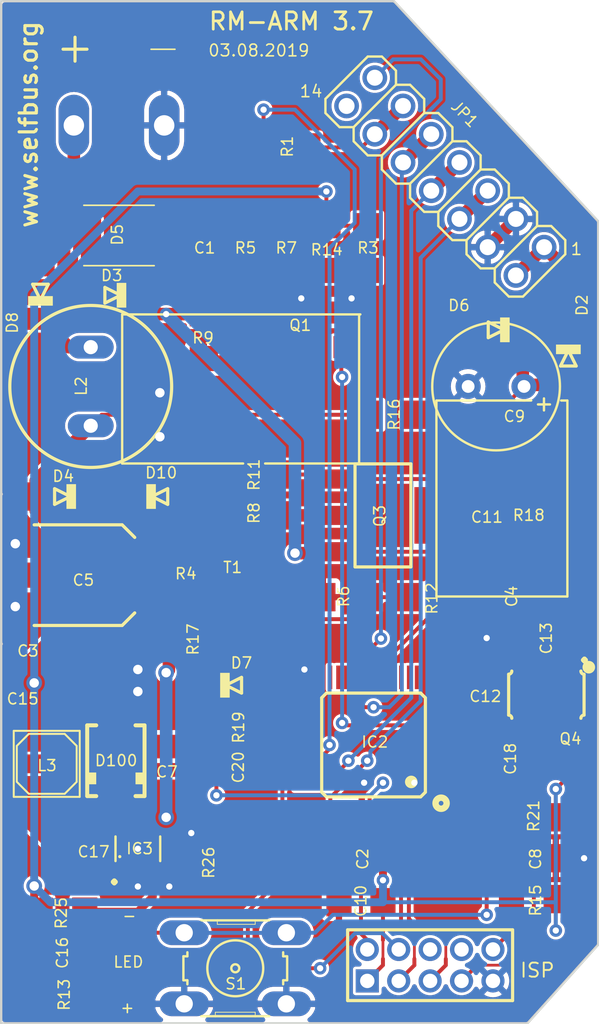
<source format=kicad_pcb>
(kicad_pcb (version 20171130) (host pcbnew "(5.0.0)")
  (layers (0 Top signal) (31 Bottom signal) (34 B.Paste user) (35 F.Paste user) (36 B.SilkS user) (37 F.SilkS user) (38 B.Mask user) (39 F.Mask user) (44 Edge.Cuts user))
  (net 0 "")
  (net 1 GND)
  (net 2 "Net-(C1-Pad2)")
  (net 3 "Net-(C1-Pad1)")
  (net 4 /EIB_OUT)
  (net 5 "Net-(C4-Pad1)")
  (net 6 "Net-(R12-Pad2)")
  (net 7 /PROG)
  (net 8 "Net-(R4-Pad1)")
  (net 9 "Net-(D10-PadA)")
  (net 10 "Net-(C11-Pad2)")
  (net 11 "Net-(D8-PadC)")
  (net 12 "Net-(JP1-Pad14)")
  (net 13 "Net-(JP1-Pad13)")
  (net 14 "Net-(JP1-Pad11)")
  (net 15 /LT5)
  (net 16 /TXD)
  (net 17 /RXD)
  (net 18 "Net-(D2-PadC)")
  (net 19 "Net-(Q1-PadB)")
  (net 20 "Net-(Q3-Pad2)")
  (net 21 /EIB_IN)
  (net 22 "Net-(D3-PadA)")
  (net 23 /RESET)
  (net 24 "Net-(C9-Pad+)")
  (net 25 "Net-(D10-PadC)")
  (net 26 "Net-(Q3-Pad4)")
  (net 27 "Net-(IC2-Pad48)")
  (net 28 /IO14)
  (net 29 /IO15)
  (net 30 /IO13)
  (net 31 /PWM)
  (net 32 /BUS_V1)
  (net 33 /IO12)
  (net 34 /SWDIO)
  (net 35 /LT9)
  (net 36 /IO11)
  (net 37 /IO10)
  (net 38 /IO9)
  (net 39 /LT8)
  (net 40 /IO8)
  (net 41 /SWCLK)
  (net 42 /IO7)
  (net 43 /IO6)
  (net 44 /IO1)
  (net 45 /IO3)
  (net 46 /IO4)
  (net 47 /IO2)
  (net 48 /APROG)
  (net 49 /LT3)
  (net 50 /LT6)
  (net 51 /SDA)
  (net 52 /SCL)
  (net 53 /LT2)
  (net 54 /LT1)
  (net 55 /ID2)
  (net 56 /ID1)
  (net 57 /IO5)
  (net 58 "Net-(IC2-Pad7)")
  (net 59 "Net-(C12-Pad2)")
  (net 60 /ISP_EN)
  (net 61 "Net-(IC2-Pad1)")
  (net 62 "Net-(C18-Pad1)")
  (net 63 "Net-(C17-Pad1)")
  (net 64 "Net-(C16-Pad1)")
  (net 65 "Net-(C17-Pad2)")
  (net 66 "Net-(JTAG1-Pad8)")
  (net 67 "Net-(JTAG1-Pad6)")
  (net 68 /LT7)
  (net 69 "Net-(LED1-Pad2)")
  (net 70 +3V3)
  (net 71 EIB_DC)
  (module Rauchmelder_3.6:C1206 (layer Top) (at 163.4 127 180)
    (fp_text reference C8 (at 0.3 0.7 90) (layer F.SilkS) (effects (font (size 0.7 0.7) (thickness 0.1)) (justify right top)))
    (fp_text value 10n hide)
    (pad 1 smd rect (at -1.4 0 180) (size 1.6 1.8) (layers Top F.Paste F.Mask) (net 1 GND))
    (pad 2 smd rect (at 1.4 0 180) (size 1.6 1.8) (layers Top F.Paste F.Mask) (net 23 /RESET))
  )
  (module Rauchmelder_3.6:C1206 (layer Top) (at 142.4 88.2 90)
    (fp_text reference C1 (at -0.4 -0.7 180) (layer F.SilkS) (effects (font (size 0.7 0.7) (thickness 0.1)) (justify left bottom)))
    (fp_text value 100n hide)
    (pad 1 smd rect (at -1.4 0 90) (size 1.6 1.8) (layers Top F.Paste F.Mask) (net 3 "Net-(C1-Pad1)"))
    (pad 2 smd rect (at 1.4 0 90) (size 1.6 1.8) (layers Top F.Paste F.Mask) (net 2 "Net-(C1-Pad2)"))
  )
  (module Rauchmelder_3.6:C1206 (layer Top) (at 152.4 127)
    (fp_text reference C2 (at -0.3 -0.7 90) (layer F.SilkS) (effects (font (size 0.7 0.7) (thickness 0.1)) (justify right top)))
    (fp_text value 1µF hide)
    (pad 1 smd rect (at -1.4 0) (size 1.6 1.8) (layers Top F.Paste F.Mask) (net 1 GND))
    (pad 2 smd rect (at 1.4 0) (size 1.6 1.8) (layers Top F.Paste F.Mask) (net 70 +3V3))
  )
  (module Rauchmelder_3.6:C1206 (layer Top) (at 162 110.4)
    (fp_text reference C4 (at 0.4 0.7 90) (layer F.SilkS) (effects (font (size 0.7 0.7) (thickness 0.1)) (justify left bottom)))
    (fp_text value 10n hide)
    (pad 1 smd rect (at -1.4 0) (size 1.6 1.8) (layers Top F.Paste F.Mask) (net 5 "Net-(C4-Pad1)"))
    (pad 2 smd rect (at 1.4 0) (size 1.6 1.8) (layers Top F.Paste F.Mask) (net 4 /EIB_OUT))
  )
  (module Rauchmelder_3.6:C1206 (layer Top) (at 160.4 105.2 90)
    (fp_text reference C11 (at 0.3 1.1 180) (layer F.SilkS) (effects (font (size 0.7 0.7) (thickness 0.1)) (justify right top)))
    (fp_text value 10n hide)
    (pad 1 smd rect (at -1.4 0 90) (size 1.6 1.8) (layers Top F.Paste F.Mask) (net 3 "Net-(C1-Pad1)"))
    (pad 2 smd rect (at 1.4 0 90) (size 1.6 1.8) (layers Top F.Paste F.Mask) (net 10 "Net-(C11-Pad2)"))
  )
  (module Rauchmelder_3.6:C1206 (layer Top) (at 152.4 129.8)
    (fp_text reference C10 (at 0.4 1 90) (layer F.SilkS) (effects (font (size 0.7 0.7) (thickness 0.1)) (justify left bottom)))
    (fp_text value 100nF hide)
    (pad 1 smd rect (at -1.4 0) (size 1.6 1.8) (layers Top F.Paste F.Mask) (net 1 GND))
    (pad 2 smd rect (at 1.4 0) (size 1.6 1.8) (layers Top F.Paste F.Mask) (net 70 +3V3))
  )
  (module Rauchmelder_3.6:C1206 (layer Top) (at 160.4 116.6 270)
    (fp_text reference C12 (at -0.3 -1 180) (layer F.SilkS) (effects (font (size 0.7 0.7) (thickness 0.1)) (justify right top)))
    (fp_text value 220p hide)
    (pad 1 smd rect (at -1.4 0 270) (size 1.6 1.8) (layers Top F.Paste F.Mask) (net 1 GND))
    (pad 2 smd rect (at 1.4 0 270) (size 1.6 1.8) (layers Top F.Paste F.Mask) (net 59 "Net-(C12-Pad2)"))
  )
  (module Rauchmelder_3.6:C1206 (layer Top) (at 161.8 120.6 180)
    (fp_text reference C18 (at 0.3 1 90) (layer F.SilkS) (effects (font (size 0.7 0.7) (thickness 0.1)) (justify right top)))
    (fp_text value 100p hide)
    (pad 1 smd rect (at -1.4 0 180) (size 1.6 1.8) (layers Top F.Paste F.Mask) (net 62 "Net-(C18-Pad1)"))
    (pad 2 smd rect (at 1.4 0 180) (size 1.6 1.8) (layers Top F.Paste F.Mask) (net 59 "Net-(C12-Pad2)"))
  )
  (module Rauchmelder_3.6:C1206 (layer Top) (at 164.2 113)
    (fp_text reference C13 (at 0.4 1.1 90) (layer F.SilkS) (effects (font (size 0.7 0.7) (thickness 0.1)) (justify left bottom)))
    (fp_text value 10n hide)
    (pad 1 smd rect (at -1.4 0) (size 1.6 1.8) (layers Top F.Paste F.Mask) (net 1 GND))
    (pad 2 smd rect (at 1.4 0) (size 1.6 1.8) (layers Top F.Paste F.Mask) (net 70 +3V3))
  )
  (module Rauchmelder_3.6:C1206 (layer Top) (at 144.6 121.2 180)
    (fp_text reference C20 (at -0.4 -1.1 270) (layer F.SilkS) (effects (font (size 0.7 0.7) (thickness 0.1)) (justify left bottom)))
    (fp_text value 100n hide)
    (pad 1 smd rect (at -1.4 0 180) (size 1.6 1.8) (layers Top F.Paste F.Mask) (net 1 GND))
    (pad 2 smd rect (at 1.4 0 180) (size 1.6 1.8) (layers Top F.Paste F.Mask) (net 32 /BUS_V1))
  )
  (module Rauchmelder_3.6:C1206 (layer Top) (at 134.6 116.2 180)
    (fp_text reference C15 (at 2.647 -0.259) (layer F.SilkS) (effects (font (size 0.7 0.7) (thickness 0.1)) (justify right top)))
    (fp_text value 22µ/10V hide)
    (pad 1 smd rect (at -1.4 0 180) (size 1.6 1.8) (layers Top F.Paste F.Mask) (net 1 GND))
    (pad 2 smd rect (at 1.4 0 180) (size 1.6 1.8) (layers Top F.Paste F.Mask) (net 70 +3V3))
  )
  (module Rauchmelder_3.6:C1206 (layer Top) (at 135.2 126.6 270)
    (fp_text reference C17 (at 0.4 0.9 180) (layer F.SilkS) (effects (font (size 0.7 0.7) (thickness 0.1)) (justify left bottom)))
    (fp_text value 15nF hide)
    (pad 1 smd rect (at -1.4 0 270) (size 1.6 1.8) (layers Top F.Paste F.Mask) (net 63 "Net-(C17-Pad1)"))
    (pad 2 smd rect (at 1.4 0 270) (size 1.6 1.8) (layers Top F.Paste F.Mask) (net 65 "Net-(C17-Pad2)"))
  )
  (module Rauchmelder_3.6:C1206 (layer Top) (at 133.4 133 180)
    (fp_text reference C16 (at -0.4 -1.1 90) (layer F.SilkS) (effects (font (size 0.7 0.7) (thickness 0.1)) (justify left bottom)))
    (fp_text value 270n hide)
    (pad 1 smd rect (at -1.4 0 180) (size 1.6 1.8) (layers Top F.Paste F.Mask) (net 64 "Net-(C16-Pad1)"))
    (pad 2 smd rect (at 1.4 0 180) (size 1.6 1.8) (layers Top F.Paste F.Mask) (net 70 +3V3))
  )
  (module Rauchmelder_3.6:C1206 (layer Top) (at 134.6 113.8 180)
    (fp_text reference C3 (at 2.647 0.389) (layer F.SilkS) (effects (font (size 0.7 0.7) (thickness 0.1)) (justify right top)))
    (fp_text value 100n hide)
    (pad 1 smd rect (at -1.4 0 180) (size 1.6 1.8) (layers Top F.Paste F.Mask) (net 1 GND))
    (pad 2 smd rect (at 1.4 0 180) (size 1.6 1.8) (layers Top F.Paste F.Mask) (net 70 +3V3))
  )
  (module Rauchmelder_3.6:R1206 (layer Top) (at 163.4 124.4)
    (fp_text reference R21 (at 0.4 1 90) (layer F.SilkS) (effects (font (size 0.7 0.7) (thickness 0.1)) (justify left bottom)))
    (fp_text value 100k hide)
    (pad 2 smd rect (at 1.422 0) (size 1.6 1.803) (layers Top F.Paste F.Mask) (net 70 +3V3))
    (pad 1 smd rect (at -1.422 0) (size 1.6 1.803) (layers Top F.Paste F.Mask) (net 60 /ISP_EN))
  )
  (module Rauchmelder_3.6:R1206 (layer Top) (at 156.8 110.4 180)
    (fp_text reference R12 (at 0.3 1 90) (layer F.SilkS) (effects (font (size 0.7 0.7) (thickness 0.1)) (justify right top)))
    (fp_text value 5k6 hide)
    (pad 2 smd rect (at 1.422 0 180) (size 1.6 1.803) (layers Top F.Paste F.Mask) (net 6 "Net-(R12-Pad2)"))
    (pad 1 smd rect (at -1.422 0 180) (size 1.6 1.803) (layers Top F.Paste F.Mask) (net 5 "Net-(C4-Pad1)"))
  )
  (module Rauchmelder_3.6:R1206 (layer Top) (at 151.4 110.4)
    (fp_text reference R6 (at 0.3 0.7 90) (layer F.SilkS) (effects (font (size 0.7 0.7) (thickness 0.1)) (justify left bottom)))
    (fp_text value 100k hide)
    (pad 2 smd rect (at 1.422 0) (size 1.6 1.803) (layers Top F.Paste F.Mask) (net 6 "Net-(R12-Pad2)"))
    (pad 1 smd rect (at -1.422 0) (size 1.6 1.803) (layers Top F.Paste F.Mask) (net 1 GND))
  )
  (module Rauchmelder_3.6:R1206 (layer Top) (at 141.2 108.8 90)
    (fp_text reference R4 (at 0.3 0.8) (layer F.SilkS) (effects (font (size 0.7 0.7) (thickness 0.1)) (justify right top)))
    (fp_text value 2k2 hide)
    (pad 2 smd rect (at 1.422 0 90) (size 1.6 1.803) (layers Top F.Paste F.Mask) (net 9 "Net-(D10-PadA)"))
    (pad 1 smd rect (at -1.422 0 90) (size 1.6 1.803) (layers Top F.Paste F.Mask) (net 8 "Net-(R4-Pad1)"))
  )
  (module Rauchmelder_3.6:R1206 (layer Top) (at 145 88.2 270)
    (fp_text reference R5 (at 0.4 0.7) (layer F.SilkS) (effects (font (size 0.7 0.7) (thickness 0.1)) (justify left bottom)))
    (fp_text value 10k hide)
    (pad 2 smd rect (at 1.422 0 270) (size 1.6 1.803) (layers Top F.Paste F.Mask) (net 19 "Net-(Q1-PadB)"))
    (pad 1 smd rect (at -1.422 0 270) (size 1.6 1.803) (layers Top F.Paste F.Mask) (net 2 "Net-(C1-Pad2)"))
  )
  (module Rauchmelder_3.6:R1206 (layer Top) (at 147.6 81.8 180)
    (fp_text reference R1 (at 0.3 0.8 90) (layer F.SilkS) (effects (font (size 0.7 0.7) (thickness 0.1)) (justify right top)))
    (fp_text value 10k hide)
    (pad 2 smd rect (at 1.422 0 180) (size 1.6 1.803) (layers Top F.Paste F.Mask) (net 39 /LT8))
    (pad 1 smd rect (at -1.422 0 180) (size 1.6 1.803) (layers Top F.Paste F.Mask) (net 14 "Net-(JP1-Pad11)"))
  )
  (module Rauchmelder_3.6:R1206 (layer Top) (at 142.4 93.8 90)
    (fp_text reference R9 (at 0.3 0.7 180) (layer F.SilkS) (effects (font (size 0.7 0.7) (thickness 0.1)) (justify right top)))
    (fp_text value 100k hide)
    (pad 2 smd rect (at 1.422 0 90) (size 1.6 1.803) (layers Top F.Paste F.Mask) (net 3 "Net-(C1-Pad1)"))
    (pad 1 smd rect (at -1.422 0 90) (size 1.6 1.803) (layers Top F.Paste F.Mask) (net 1 GND))
  )
  (module Rauchmelder_3.6:R1206 (layer Top) (at 145.6 102.6 180)
    (fp_text reference R11 (at -0.4 -1.1 90) (layer F.SilkS) (effects (font (size 0.7 0.7) (thickness 0.1)) (justify left bottom)))
    (fp_text value 1k hide)
    (pad 2 smd rect (at 1.422 0 180) (size 1.6 1.803) (layers Top F.Paste F.Mask) (net 9 "Net-(D10-PadA)"))
    (pad 1 smd rect (at -1.422 0 180) (size 1.6 1.803) (layers Top F.Paste F.Mask) (net 10 "Net-(C11-Pad2)"))
  )
  (module Rauchmelder_3.6:R1206 (layer Top) (at 163 105.2 270)
    (fp_text reference R18 (at 0.4 1) (layer F.SilkS) (effects (font (size 0.7 0.7) (thickness 0.1)) (justify left bottom)))
    (fp_text value 1k hide)
    (pad 2 smd rect (at 1.422 0 270) (size 1.6 1.803) (layers Top F.Paste F.Mask) (net 3 "Net-(C1-Pad1)"))
    (pad 1 smd rect (at -1.422 0 270) (size 1.6 1.803) (layers Top F.Paste F.Mask) (net 10 "Net-(C11-Pad2)"))
  )
  (module Rauchmelder_3.6:R1206 (layer Top) (at 133.4 135.6)
    (fp_text reference R13 (at -0.3 -1 90) (layer F.SilkS) (effects (font (size 0.7 0.7) (thickness 0.1)) (justify right top)))
    (fp_text value 1k hide)
    (pad 2 smd rect (at 1.422 0) (size 1.6 1.803) (layers Top F.Paste F.Mask) (net 69 "Net-(LED1-Pad2)"))
    (pad 1 smd rect (at -1.422 0) (size 1.6 1.803) (layers Top F.Paste F.Mask) (net 70 +3V3))
  )
  (module Rauchmelder_3.6:R1206 (layer Top) (at 150.2 88.2 90)
    (fp_text reference R14 (at 0.3 1.1 180) (layer F.SilkS) (effects (font (size 0.7 0.7) (thickness 0.1)) (justify right top)))
    (fp_text value 82k hide)
    (pad 2 smd rect (at 1.422 0 90) (size 1.6 1.803) (layers Top F.Paste F.Mask) (net 70 +3V3))
    (pad 1 smd rect (at -1.422 0 90) (size 1.6 1.803) (layers Top F.Paste F.Mask) (net 19 "Net-(Q1-PadB)"))
  )
  (module Rauchmelder_3.6:R1206 (layer Top) (at 147.6 88.2 270)
    (fp_text reference R7 (at 0.4 0.7) (layer F.SilkS) (effects (font (size 0.7 0.7) (thickness 0.1)) (justify left bottom)))
    (fp_text value 47k hide)
    (pad 2 smd rect (at 1.422 0 270) (size 1.6 1.803) (layers Top F.Paste F.Mask) (net 19 "Net-(Q1-PadB)"))
    (pad 1 smd rect (at -1.422 0 270) (size 1.6 1.803) (layers Top F.Paste F.Mask) (net 1 GND))
  )
  (module Rauchmelder_3.6:R1206 (layer Top) (at 145.6 105.2)
    (fp_text reference R8 (at 0.4 0.6 90) (layer F.SilkS) (effects (font (size 0.7 0.7) (thickness 0.1)) (justify left bottom)))
    (fp_text value 5R6 hide)
    (pad 2 smd rect (at 1.422 0) (size 1.6 1.803) (layers Top F.Paste F.Mask) (net 20 "Net-(Q3-Pad2)"))
    (pad 1 smd rect (at -1.422 0) (size 1.6 1.803) (layers Top F.Paste F.Mask) (net 1 GND))
  )
  (module Rauchmelder_3.6:R1206 (layer Top) (at 152.8 88.2 90)
    (fp_text reference R3 (at -0.4 -0.7 180) (layer F.SilkS) (effects (font (size 0.7 0.7) (thickness 0.1)) (justify left bottom)))
    (fp_text value 10k hide)
    (pad 2 smd rect (at 1.422 0 90) (size 1.6 1.803) (layers Top F.Paste F.Mask) (net 70 +3V3))
    (pad 1 smd rect (at -1.422 0 90) (size 1.6 1.803) (layers Top F.Paste F.Mask) (net 21 /EIB_IN))
  )
  (module Rauchmelder_3.6:R1206 (layer Top) (at 163.4 129.6 180)
    (fp_text reference R15 (at 0.3 1 90) (layer F.SilkS) (effects (font (size 0.7 0.7) (thickness 0.1)) (justify right top)))
    (fp_text value 100k hide)
    (pad 2 smd rect (at 1.422 0 180) (size 1.6 1.803) (layers Top F.Paste F.Mask) (net 23 /RESET))
    (pad 1 smd rect (at -1.422 0 180) (size 1.6 1.803) (layers Top F.Paste F.Mask) (net 70 +3V3))
  )
  (module Rauchmelder_3.6:R1206 (layer Top) (at 154.4 98.8 180)
    (fp_text reference R16 (at 0.3 1.1 90) (layer F.SilkS) (effects (font (size 0.7 0.7) (thickness 0.1)) (justify right top)))
    (fp_text value 22k hide)
    (pad 2 smd rect (at 1.422 0 180) (size 1.6 1.803) (layers Top F.Paste F.Mask) (net 71 EIB_DC))
    (pad 1 smd rect (at -1.422 0 180) (size 1.6 1.803) (layers Top F.Paste F.Mask) (net 24 "Net-(C9-Pad+)"))
  )
  (module Rauchmelder_3.6:R1206 (layer Top) (at 141.6 113)
    (fp_text reference R17 (at -0.3 -1 90) (layer F.SilkS) (effects (font (size 0.7 0.7) (thickness 0.1)) (justify right top)))
    (fp_text value 91k hide)
    (pad 2 smd rect (at 1.422 0) (size 1.6 1.803) (layers Top F.Paste F.Mask) (net 32 /BUS_V1))
    (pad 1 smd rect (at -1.422 0) (size 1.6 1.803) (layers Top F.Paste F.Mask) (net 71 EIB_DC))
  )
  (module Rauchmelder_3.6:R1206 (layer Top) (at 144.6 118.6)
    (fp_text reference R19 (at -0.4 -1 90) (layer F.SilkS) (effects (font (size 0.7 0.7) (thickness 0.1)) (justify right top)))
    (fp_text value 10k hide)
    (pad 2 smd rect (at 1.422 0) (size 1.6 1.803) (layers Top F.Paste F.Mask) (net 1 GND))
    (pad 1 smd rect (at -1.422 0) (size 1.6 1.803) (layers Top F.Paste F.Mask) (net 32 /BUS_V1))
  )
  (module Rauchmelder_3.6:R1206 (layer Top) (at 133.4 130.4 180)
    (fp_text reference R25 (at -0.331 -1.172 90) (layer F.SilkS) (effects (font (size 0.7 0.7) (thickness 0.1)) (justify left bottom)))
    (fp_text value 2k4 hide)
    (pad 2 smd rect (at 1.422 0 180) (size 1.6 1.803) (layers Top F.Paste F.Mask) (net 70 +3V3))
    (pad 1 smd rect (at -1.422 0 180) (size 1.6 1.803) (layers Top F.Paste F.Mask) (net 64 "Net-(C16-Pad1)"))
  )
  (module Rauchmelder_3.6:R1206 (layer Top) (at 142.6 127.2 180)
    (fp_text reference R26 (at 0.3 1 90) (layer F.SilkS) (effects (font (size 0.7 0.7) (thickness 0.1)) (justify right top)))
    (fp_text value 680R hide)
    (pad 2 smd rect (at 1.422 0 180) (size 1.6 1.803) (layers Top F.Paste F.Mask) (net 64 "Net-(C16-Pad1)"))
    (pad 1 smd rect (at -1.422 0 180) (size 1.6 1.803) (layers Top F.Paste F.Mask) (net 1 GND))
  )
  (module Rauchmelder_3.6:R1206 (layer Top) (at 137.6 133.6 270)
    (fp_text reference LED1 hide)
    (fp_text value " " hide)
    (pad 2 smd rect (at 1.422 0 270) (size 1.6 1.803) (layers Top F.Paste F.Mask) (net 69 "Net-(LED1-Pad2)"))
    (pad 1 smd rect (at -1.422 0 270) (size 1.6 1.803) (layers Top F.Paste F.Mask) (net 7 /PROG))
  )
  (module Rauchmelder_3.6:LQFP48 (layer Top) (at 153.2 119.8 180)
    (fp_text reference IC2 (at -1 0.6 180) (layer F.SilkS) (effects (font (size 0.7 0.7) (thickness 0.1)) (justify right top)))
    (fp_text value LPC1115 hide)
    (pad 48 smd rect (at -2.75 -4.3 180) (size 0.25 1.5) (layers Top F.Paste F.Mask) (net 27 "Net-(IC2-Pad48)"))
    (pad 47 smd rect (at -2.25 -4.3 180) (size 0.25 1.5) (layers Top F.Paste F.Mask) (net 28 /IO14))
    (pad 46 smd rect (at -1.75 -4.3 180) (size 0.25 1.5) (layers Top F.Paste F.Mask) (net 29 /IO15))
    (pad 45 smd rect (at -1.25 -4.3 180) (size 0.25 1.5) (layers Top F.Paste F.Mask) (net 30 /IO13))
    (pad 44 smd rect (at -0.75 -4.3 180) (size 0.25 1.5) (layers Top F.Paste F.Mask) (net 70 +3V3))
    (pad 43 smd rect (at -0.25 -4.3 180) (size 0.25 1.5) (layers Top F.Paste F.Mask) (net 31 /PWM))
    (pad 42 smd rect (at 0.25 -4.3 180) (size 0.25 1.5) (layers Top F.Paste F.Mask) (net 32 /BUS_V1))
    (pad 41 smd rect (at 0.75 -4.3 180) (size 0.25 1.5) (layers Top F.Paste F.Mask) (net 1 GND))
    (pad 40 smd rect (at 1.25 -4.3 180) (size 0.25 1.5) (layers Top F.Paste F.Mask) (net 33 /IO12))
    (pad 39 smd rect (at 1.75 -4.3 180) (size 0.25 1.5) (layers Top F.Paste F.Mask) (net 34 /SWDIO))
    (pad 38 smd rect (at 2.25 -4.3 180) (size 0.25 1.5) (layers Top F.Paste F.Mask) (net 35 /LT9))
    (pad 37 smd rect (at 2.75 -4.3 180) (size 0.25 1.5) (layers Top F.Paste F.Mask) (net 17 /RXD))
    (pad 36 smd rect (at 4.3 -2.75 180) (size 1.5 0.25) (layers Top F.Paste F.Mask) (net 16 /TXD))
    (pad 35 smd rect (at 4.3 -2.25 180) (size 1.5 0.25) (layers Top F.Paste F.Mask) (net 36 /IO11))
    (pad 34 smd rect (at 4.3 -1.75 180) (size 1.5 0.25) (layers Top F.Paste F.Mask) (net 37 /IO10))
    (pad 33 smd rect (at 4.3 -1.25 180) (size 1.5 0.25) (layers Top F.Paste F.Mask) (net 38 /IO9))
    (pad 32 smd rect (at 4.3 -0.75 180) (size 1.5 0.25) (layers Top F.Paste F.Mask) (net 39 /LT8))
    (pad 31 smd rect (at 4.3 -0.25 180) (size 1.5 0.25) (layers Top F.Paste F.Mask) (net 40 /IO8))
    (pad 30 smd rect (at 4.3 0.25 180) (size 1.5 0.25) (layers Top F.Paste F.Mask) (net 68 /LT7))
    (pad 29 smd rect (at 4.3 0.75 180) (size 1.5 0.25) (layers Top F.Paste F.Mask) (net 41 /SWCLK))
    (pad 28 smd rect (at 4.3 1.25 180) (size 1.5 0.25) (layers Top F.Paste F.Mask) (net 42 /IO7))
    (pad 27 smd rect (at 4.3 1.75 180) (size 1.5 0.25) (layers Top F.Paste F.Mask) (net 43 /IO6))
    (pad 26 smd rect (at 4.3 2.25 180) (size 1.5 0.25) (layers Top F.Paste F.Mask) (net 44 /IO1))
    (pad 25 smd rect (at 4.3 2.75 180) (size 1.5 0.25) (layers Top F.Paste F.Mask) (net 45 /IO3))
    (pad 24 smd rect (at 2.75 4.3 180) (size 0.25 1.5) (layers Top F.Paste F.Mask) (net 46 /IO4))
    (pad 23 smd rect (at 2.25 4.3 180) (size 0.25 1.5) (layers Top F.Paste F.Mask) (net 47 /IO2))
    (pad 22 smd rect (at 1.75 4.3 180) (size 0.25 1.5) (layers Top F.Paste F.Mask) (net 48 /APROG))
    (pad 21 smd rect (at 1.25 4.3 180) (size 0.25 1.5) (layers Top F.Paste F.Mask) (net 15 /LT5))
    (pad 20 smd rect (at 0.75 4.3 180) (size 0.25 1.5) (layers Top F.Paste F.Mask) (net 13 "Net-(JP1-Pad13)"))
    (pad 19 smd rect (at 0.25 4.3 180) (size 0.25 1.5) (layers Top F.Paste F.Mask) (net 49 /LT3))
    (pad 18 smd rect (at -0.25 4.3 180) (size 0.25 1.5) (layers Top F.Paste F.Mask) (net 50 /LT6))
    (pad 17 smd rect (at -0.75 4.3 180) (size 0.25 1.5) (layers Top F.Paste F.Mask) (net 4 /EIB_OUT))
    (pad 16 smd rect (at -1.25 4.3 180) (size 0.25 1.5) (layers Top F.Paste F.Mask) (net 51 /SDA))
    (pad 15 smd rect (at -1.75 4.3 180) (size 0.25 1.5) (layers Top F.Paste F.Mask) (net 52 /SCL))
    (pad 14 smd rect (at -2.25 4.3 180) (size 0.25 1.5) (layers Top F.Paste F.Mask) (net 53 /LT2))
    (pad 13 smd rect (at -2.75 4.3 180) (size 0.25 1.5) (layers Top F.Paste F.Mask) (net 54 /LT1))
    (pad 12 smd rect (at -4.3 2.75 180) (size 1.5 0.25) (layers Top F.Paste F.Mask) (net 55 /ID2))
    (pad 11 smd rect (at -4.3 2.25 180) (size 1.5 0.25) (layers Top F.Paste F.Mask) (net 56 /ID1))
    (pad 10 smd rect (at -4.3 1.75 180) (size 1.5 0.25) (layers Top F.Paste F.Mask) (net 57 /IO5))
    (pad 9 smd rect (at -4.3 1.25 180) (size 1.5 0.25) (layers Top F.Paste F.Mask) (net 21 /EIB_IN))
    (pad 8 smd rect (at -4.3 0.75 180) (size 1.5 0.25) (layers Top F.Paste F.Mask) (net 70 +3V3))
    (pad 7 smd rect (at -4.3 0.25 180) (size 1.5 0.25) (layers Top F.Paste F.Mask) (net 58 "Net-(IC2-Pad7)"))
    (pad 6 smd rect (at -4.3 -0.25 180) (size 1.5 0.25) (layers Top F.Paste F.Mask) (net 59 "Net-(C12-Pad2)"))
    (pad 5 smd rect (at -4.3 -0.75 180) (size 1.5 0.25) (layers Top F.Paste F.Mask) (net 1 GND))
    (pad 4 smd rect (at -4.3 -1.25 180) (size 1.5 0.25) (layers Top F.Paste F.Mask) (net 60 /ISP_EN))
    (pad 3 smd rect (at -4.3 -1.75 180) (size 1.5 0.25) (layers Top F.Paste F.Mask) (net 23 /RESET))
    (pad 2 smd rect (at -4.3 -2.25 180) (size 1.5 0.25) (layers Top F.Paste F.Mask) (net 7 /PROG))
    (pad 1 smd rect (at -4.3 -2.75 180) (size 1.5 0.25) (layers Top F.Paste F.Mask) (net 61 "Net-(IC2-Pad1)"))
  )
  (module Rauchmelder_3.6:ASF (layer Top) (at 164.2 116.6 180)
    (fp_text reference Q4 (at -2.297 -2.399) (layer F.SilkS) (effects (font (size 0.7 0.7) (thickness 0.1)) (justify right top)))
    (fp_text value ASF hide)
    (pad 4 smd rect (at -1.25 -1.15) (size 1.6 1.5) (layers Top F.Paste F.Mask) (net 70 +3V3))
    (pad 3 smd rect (at 1.25 -1.15) (size 1.6 1.5) (layers Top F.Paste F.Mask) (net 62 "Net-(C18-Pad1)"))
    (pad 2 smd rect (at 1.25 1.15 180) (size 1.6 1.5) (layers Top F.Paste F.Mask) (net 1 GND))
    (pad 1 smd rect (at -1.25 1.15 180) (size 1.6 1.5) (layers Top F.Paste F.Mask) (net 70 +3V3))
  )
  (module Rauchmelder_3.6:SANYO-OSCON_SMD_C6 (layer Top) (at 134.8 109)
    (fp_text reference C5 (at -0.815 0.728) (layer F.SilkS) (effects (font (size 0.7 0.7) (thickness 0.1)) (justify left bottom)))
    (fp_text value 100µ hide)
    (pad + smd rect (at 2.8 0) (size 3.5 1.6) (layers Top F.Paste F.Mask) (net 71 EIB_DC))
    (pad - smd rect (at -2.8 0) (size 3.5 1.6) (layers Top F.Paste F.Mask) (net 1 GND))
  )
  (module Rauchmelder_3.6:SOT223 (layer Top) (at 153.8 105.2 270)
    (fp_text reference Q3 (at 0.8 -0.2 90) (layer F.SilkS) (effects (font (size 0.7 0.7) (thickness 0.1)) (justify left bottom)))
    (fp_text value BCP52 hide)
    (pad 1 smd rect (at -2.3114 3.0988 270) (size 1.2192 2.2352) (layers Top F.Paste F.Mask) (net 10 "Net-(C11-Pad2)"))
    (pad 2 smd rect (at 0 3.0988 270) (size 1.2192 2.2352) (layers Top F.Paste F.Mask) (net 20 "Net-(Q3-Pad2)"))
    (pad 3 smd rect (at 2.3114 3.0988 270) (size 1.2192 2.2352) (layers Top F.Paste F.Mask) (net 3 "Net-(C1-Pad1)"))
    (pad 4 smd rect (at 0 -3.099 270) (size 3.6 2.2) (layers Top F.Paste F.Mask) (net 26 "Net-(Q3-Pad4)"))
  )
  (module Rauchmelder_3.6:MINIMELF (layer Top) (at 132 91 90)
    (fp_text reference D8 (at -1.202 -2.206 90) (layer F.SilkS) (effects (font (size 0.7 0.7) (thickness 0.1)) (justify right top)))
    (fp_text value 1N4148 hide)
    (pad A smd rect (at 1.7 0 90) (size 1.4 1.8) (layers Top F.Paste F.Mask) (net 22 "Net-(D3-PadA)"))
    (pad C smd rect (at -1.7 0 90) (size 1.4 1.8) (layers Top F.Paste F.Mask) (net 11 "Net-(D8-PadC)"))
  )
  (module Rauchmelder_3.6:SOT23-BEC (layer Top) (at 150.2 93.4)
    (fp_text reference Q1 (at -0.9 -0.7 -180) (layer F.SilkS) (effects (font (size 0.7 0.7) (thickness 0.1)) (justify right top)))
    (fp_text value BC856 hide)
    (pad B smd rect (at -0.95 1.1) (size 1 1.4) (layers Top F.Paste F.Mask) (net 19 "Net-(Q1-PadB)"))
    (pad E smd rect (at 0.95 1.1) (size 1 1.4) (layers Top F.Paste F.Mask) (net 21 /EIB_IN))
    (pad C smd rect (at 0 -1.1) (size 1 1.4) (layers Top F.Paste F.Mask) (net 1 GND))
  )
  (module Rauchmelder_3.6:B3F-10XX (layer Top) (at 144.4 134 180)
    (fp_text reference S1 (at 0.7 -1.4) (layer F.SilkS) (effects (font (size 0.7 0.7) (thickness 0.1)) (justify left bottom)))
    (fp_text value 10-XX hide)
    (pad 4 thru_hole oval (at 3.2512 2.2606 180) (size 3.1496 1.5748) (drill 1.1) (layers *.Cu *.Mask) (net 7 /PROG))
    (pad 2 thru_hole oval (at 3.2512 -2.2606 180) (size 3.1496 1.5748) (drill 1.1) (layers *.Cu *.Mask) (net 1 GND))
    (pad 3 thru_hole oval (at -3.2512 2.2606 180) (size 3.1496 1.5748) (drill 1.1) (layers *.Cu *.Mask) (net 7 /PROG))
    (pad 1 thru_hole oval (at -3.2512 -2.2606 180) (size 3.1496 1.5748) (drill 1.1) (layers *.Cu *.Mask) (net 1 GND))
  )
  (module Rauchmelder_3.6:BS11 (layer Top) (at 135.2 97 270)
    (fp_text reference L2 (at 0.663 0.199 90) (layer F.SilkS) (effects (font (size 0.7 0.7) (thickness 0.1)) (justify left bottom)))
    (fp_text value 150mH hide)
    (pad 2 thru_hole oval (at 2.5 0) (size 2.9176 1.4588) (drill 0.9) (layers *.Cu *.Mask) (net 71 EIB_DC))
    (pad 1 thru_hole oval (at -2.5 0) (size 2.9176 1.4588) (drill 0.9) (layers *.Cu *.Mask) (net 11 "Net-(D8-PadC)"))
  )
  (module Rauchmelder_3.6:2X07 (layer Top) (at 157.7712 83.6536 135)
    (fp_text reference JP1 (at 2.961929 3.26853 135) (layer F.SilkS) (effects (font (size 0.7 0.7) (thickness 0.1)) (justify left bottom)))
    (fp_text value PINHD-2X7 hide)
    (pad 14 thru_hole circle (at 7.62 -1.27 135) (size 1.5748 1.5748) (drill 1.016) (layers *.Cu *.Mask) (net 12 "Net-(JP1-Pad14)"))
    (pad 13 thru_hole circle (at 7.62 1.27 135) (size 1.5748 1.5748) (drill 1.016) (layers *.Cu *.Mask) (net 13 "Net-(JP1-Pad13)"))
    (pad 12 thru_hole circle (at 5.08 -1.27 135) (size 1.5748 1.5748) (drill 1.016) (layers *.Cu *.Mask) (net 14 "Net-(JP1-Pad11)"))
    (pad 11 thru_hole circle (at 5.08 1.27 135) (size 1.5748 1.5748) (drill 1.016) (layers *.Cu *.Mask) (net 14 "Net-(JP1-Pad11)"))
    (pad 10 thru_hole circle (at 2.54 -1.27 135) (size 1.5748 1.5748) (drill 1.016) (layers *.Cu *.Mask) (net 15 /LT5))
    (pad 9 thru_hole circle (at 2.54 1.27 135) (size 1.5748 1.5748) (drill 1.016) (layers *.Cu *.Mask) (net 15 /LT5))
    (pad 8 thru_hole circle (at 0 -1.270001 135) (size 1.5748 1.5748) (drill 1.016) (layers *.Cu *.Mask) (net 16 /TXD))
    (pad 7 thru_hole circle (at 0 1.270001 135) (size 1.5748 1.5748) (drill 1.016) (layers *.Cu *.Mask) (net 16 /TXD))
    (pad 6 thru_hole circle (at -2.54 -1.27 135) (size 1.5748 1.5748) (drill 1.016) (layers *.Cu *.Mask) (net 17 /RXD))
    (pad 5 thru_hole circle (at -2.54 1.27 135) (size 1.5748 1.5748) (drill 1.016) (layers *.Cu *.Mask) (net 17 /RXD))
    (pad 4 thru_hole circle (at -5.08 -1.27 135) (size 1.5748 1.5748) (drill 1.016) (layers *.Cu *.Mask) (net 1 GND))
    (pad 3 thru_hole circle (at -5.08 1.27 135) (size 1.5748 1.5748) (drill 1.016) (layers *.Cu *.Mask) (net 1 GND))
    (pad 2 thru_hole circle (at -7.62 -1.27 135) (size 1.5748 1.5748) (drill 1.016) (layers *.Cu *.Mask) (net 18 "Net-(D2-PadC)"))
    (pad 1 thru_hole circle (at -7.62 1.27 135) (size 1.5748 1.5748) (drill 1.016) (layers *.Cu *.Mask) (net 18 "Net-(D2-PadC)"))
  )
  (module Rauchmelder_3.6:SMBJ (layer Top) (at 137 87.4)
    (fp_text reference D5 (at 0.3 0.7 90) (layer F.SilkS) (effects (font (size 0.7 0.7) (thickness 0.1)) (justify left bottom)))
    (fp_text value SMAJ40CA hide)
    (pad A smd rect (at 2.04 0 180) (size 1.78 2.16) (layers Top F.Paste F.Mask) (net 1 GND))
    (pad C smd rect (at -2.03 0) (size 1.78 2.16) (layers Top F.Paste F.Mask) (net 22 "Net-(D3-PadA)"))
  )
  (module Rauchmelder_3.6:E3,5-8 (layer Top) (at 161 97 180)
    (fp_text reference C9 (at -0.417 -2.314) (layer F.SilkS) (effects (font (size 0.7 0.7) (thickness 0.1)) (justify left bottom)))
    (fp_text value 330µ hide)
    (pad + thru_hole circle (at -1.778 0 180) (size 1.6002 1.6002) (drill 0.8128) (layers *.Cu *.Mask) (net 24 "Net-(C9-Pad+)"))
    (pad - thru_hole circle (at 1.778 0 180) (size 1.6002 1.6002) (drill 0.8128) (layers *.Cu *.Mask) (net 1 GND))
  )
  (module Rauchmelder_3.6:BUSKLEMME243-724 (layer Top) (at 137 80.4 180)
    (fp_text reference U$1 hide)
    (fp_text value EIB hide)
    (pad 2 thru_hole oval (at 2.875 0 270) (size 3.9 1.95) (drill 1.3) (layers *.Cu *.Mask) (net 22 "Net-(D3-PadA)"))
    (pad 1 thru_hole oval (at -2.875 0 270) (size 3.9 1.95) (drill 1.3) (layers *.Cu *.Mask) (net 1 GND))
  )
  (module Rauchmelder_3.6:MINIMELF (layer Top) (at 165.6 95.2 270)
    (fp_text reference D2 (at -2.617 -1.278 90) (layer F.SilkS) (effects (font (size 0.7 0.7) (thickness 0.1)) (justify left bottom)))
    (fp_text value BAT46 hide)
    (pad A smd rect (at 1.7 0 270) (size 1.4 1.8) (layers Top F.Paste F.Mask) (net 24 "Net-(C9-Pad+)"))
    (pad C smd rect (at -1.7 0 270) (size 1.4 1.8) (layers Top F.Paste F.Mask) (net 18 "Net-(D2-PadC)"))
  )
  (module Rauchmelder_3.6:MINIMELF (layer Top) (at 136.6 91.2 180)
    (fp_text reference D3 (at -0.687 1.665) (layer F.SilkS) (effects (font (size 0.7 0.7) (thickness 0.1)) (justify right top)))
    (fp_text value 1N4148 hide)
    (pad A smd rect (at 1.7 0 180) (size 1.4 1.8) (layers Top F.Paste F.Mask) (net 22 "Net-(D3-PadA)"))
    (pad C smd rect (at -1.7 0 180) (size 1.4 1.8) (layers Top F.Paste F.Mask) (net 3 "Net-(C1-Pad1)"))
  )
  (module Rauchmelder_3.6:MINIMELF (layer Top) (at 133.4 104 180)
    (fp_text reference D4 (at -0.8 1.7) (layer F.SilkS) (effects (font (size 0.7 0.7) (thickness 0.1)) (justify right top)))
    (fp_text value 1N4148 hide)
    (pad C smd rect (at -1.7 0 180) (size 1.4 1.8) (layers Top F.Paste F.Mask) (net 25 "Net-(D10-PadC)"))
    (pad A smd rect (at 1.7 0 180) (size 1.4 1.8) (layers Top F.Paste F.Mask) (net 71 EIB_DC))
  )
  (module Rauchmelder_3.6:SOT23 (layer Top) (at 144.8 109.8 90)
    (fp_text reference T1 (at 1.7 0.1) (layer F.SilkS) (effects (font (size 0.7 0.7) (thickness 0.1)) (justify right top)))
    (fp_text value BC847C hide)
    (pad 3 smd rect (at 0 -1.1 90) (size 1 1.4) (layers Top F.Paste F.Mask) (net 8 "Net-(R4-Pad1)"))
    (pad 2 smd rect (at 0.95 1.1 90) (size 1 1.4) (layers Top F.Paste F.Mask) (net 20 "Net-(Q3-Pad2)"))
    (pad 1 smd rect (at -0.95 1.1 90) (size 1 1.4) (layers Top F.Paste F.Mask) (net 6 "Net-(R12-Pad2)"))
  )
  (module Rauchmelder_3.6:MINIMELF (layer Top) (at 139.6 104)
    (fp_text reference D10 (at -1 -1.1) (layer F.SilkS) (effects (font (size 0.7 0.7) (thickness 0.1)) (justify left bottom)))
    (fp_text value 7,5V hide)
    (pad C smd rect (at -1.7 0) (size 1.4 1.8) (layers Top F.Paste F.Mask) (net 25 "Net-(D10-PadC)"))
    (pad A smd rect (at 1.7 0) (size 1.4 1.8) (layers Top F.Paste F.Mask) (net 9 "Net-(D10-PadA)"))
  )
  (module Rauchmelder_3.6:MINIMELF (layer Top) (at 161 93.4 180)
    (fp_text reference D6 (at 1.615 1.96) (layer F.SilkS) (effects (font (size 0.7 0.7) (thickness 0.1)) (justify right top)))
    (fp_text value 12V hide)
    (pad A smd rect (at 1.7 0 180) (size 1.4 1.8) (layers Top F.Paste F.Mask) (net 1 GND))
    (pad C smd rect (at -1.7 0 180) (size 1.4 1.8) (layers Top F.Paste F.Mask) (net 24 "Net-(C9-Pad+)"))
  )
  (module Rauchmelder_3.6:2X05M (layer Top) (at 156.8012 133.8036)
    (fp_text reference JTAG1 hide)
    (fp_text value J hide)
    (pad 1 thru_hole rect (at -4 1) (size 1.4732 1.4732) (drill 0.9144) (layers *.Cu *.Mask) (net 70 +3V3))
    (pad 2 thru_hole circle (at -4 -1) (size 1.4732 1.4732) (drill 0.9144) (layers *.Cu *.Mask) (net 34 /SWDIO))
    (pad 3 thru_hole circle (at -2 1) (size 1.4732 1.4732) (drill 0.9144) (layers *.Cu *.Mask) (net 29 /IO15))
    (pad 4 thru_hole circle (at -2 -1) (size 1.4732 1.4732) (drill 0.9144) (layers *.Cu *.Mask) (net 41 /SWCLK))
    (pad 5 thru_hole circle (at 0 1) (size 1.4732 1.4732) (drill 0.9144) (layers *.Cu *.Mask) (net 28 /IO14))
    (pad 6 thru_hole circle (at 0 -1) (size 1.4732 1.4732) (drill 0.9144) (layers *.Cu *.Mask) (net 67 "Net-(JTAG1-Pad6)"))
    (pad 7 thru_hole circle (at 2 1) (size 1.4732 1.4732) (drill 0.9144) (layers *.Cu *.Mask) (net 60 /ISP_EN))
    (pad 8 thru_hole circle (at 2 -1) (size 1.4732 1.4732) (drill 0.9144) (layers *.Cu *.Mask) (net 66 "Net-(JTAG1-Pad8)"))
    (pad 9 thru_hole circle (at 4 1) (size 1.4732 1.4732) (drill 0.9144) (layers *.Cu *.Mask) (net 1 GND))
    (pad 10 thru_hole circle (at 4 -1) (size 1.4732 1.4732) (drill 0.9144) (layers *.Cu *.Mask) (net 23 /RESET))
  )
  (module Rauchmelder_3.6:MINIMELF (layer Top) (at 144.3 116)
    (fp_text reference D7 (at 1.242 -1.827 -180) (layer F.SilkS) (effects (font (size 0.7 0.7) (thickness 0.1)) (justify right top)))
    (fp_text value 3V6 hide)
    (pad A smd rect (at 1.7 0) (size 1.4 1.8) (layers Top F.Paste F.Mask) (net 1 GND))
    (pad C smd rect (at -1.7 0) (size 1.4 1.8) (layers Top F.Paste F.Mask) (net 32 /BUS_V1))
  )
  (module Rauchmelder_3.6:SOT23-6 (layer Top) (at 138.2 126.4)
    (fp_text reference IC3 (at -0.8 0.4) (layer F.SilkS) (effects (font (size 0.7 0.7) (thickness 0.1)) (justify left bottom)))
    (fp_text value BD9G101 hide)
    (pad 6 smd rect (at -0.95 -1.15) (size 0.6 0.9) (layers Top F.Paste F.Mask) (net 63 "Net-(C17-Pad1)"))
    (pad 5 smd rect (at 0 -1.15) (size 0.6 0.9) (layers Top F.Paste F.Mask) (net 71 EIB_DC))
    (pad 4 smd rect (at 0.95 -1.15) (size 0.6 0.9) (layers Top F.Paste F.Mask) (net 71 EIB_DC))
    (pad 3 smd rect (at 0.95 1.15) (size 0.6 0.9) (layers Top F.Paste F.Mask) (net 64 "Net-(C16-Pad1)"))
    (pad 2 smd rect (at 0 1.15) (size 0.6 0.9) (layers Top F.Paste F.Mask) (net 1 GND))
    (pad 1 smd rect (at -0.95 1.15) (size 0.6 0.9) (layers Top F.Paste F.Mask) (net 65 "Net-(C17-Pad2)"))
  )
  (module Rauchmelder_3.6:PIS2812 (layer Top) (at 132.4 121 180)
    (fp_text reference L3 (at -0.7 0.3 180) (layer F.SilkS) (effects (font (size 0.7 0.7) (thickness 0.1)) (justify right top)))
    (fp_text value 6.8µH hide)
    (pad P$2 smd rect (at 0 2.025 180) (size 3.6 2.5) (layers Top F.Paste F.Mask) (net 70 +3V3))
    (pad P$1 smd rect (at 0 -2.025 180) (size 3.6 2.5) (layers Top F.Paste F.Mask) (net 63 "Net-(C17-Pad1)"))
  )
  (module Rauchmelder_3.6:C1206K (layer Top) (at 140.2 121.4 270)
    (fp_text reference C7 (at -0.3 -0.6 180) (layer F.SilkS) (effects (font (size 0.7 0.7) (thickness 0.1)) (justify right top)))
    (fp_text value 4.7µF/50V hide)
    (pad 2 smd rect (at 1.5 0 270) (size 1.5 2) (layers Top F.Paste F.Mask) (net 71 EIB_DC))
    (pad 1 smd rect (at -1.5 0 270) (size 1.5 2) (layers Top F.Paste F.Mask) (net 1 GND))
  )
  (module Rauchmelder_3.6:SMA (layer Top) (at 136.8 120.8 90)
    (fp_text reference D100 (at -0.4 -1.4 180) (layer F.SilkS) (effects (font (size 0.7 0.7) (thickness 0.1)) (justify left bottom)))
    (fp_text value MBRS1100 hide)
    (pad A smd rect (at 2 0 90) (size 2 2) (layers Top F.Paste F.Mask) (net 1 GND))
    (pad C smd rect (at -2 0 90) (size 2 2) (layers Top F.Paste F.Mask) (net 63 "Net-(C17-Pad1)"))
  )
  (gr_text 14 (at 149.225 78.232) (layer F.SilkS) (effects (font (size 0.75 0.75) (thickness 0.1))))
  (gr_text 1 (at 166.116 88.265) (layer F.SilkS) (effects (font (size 0.75 0.75) (thickness 0.1))))
  (gr_text 03.08.2019 (at 142.621 76.073) (layer F.SilkS) (effects (font (size 0.75 0.75) (thickness 0.1)) (justify left bottom)))
  (gr_text . (at 136.7 127.9) (layer F.SilkS) (effects (font (size 1.5 1.5) (thickness 0.3))))
  (gr_text . (at 166.624 113.792) (layer F.SilkS) (effects (font (size 1.5 1.5) (thickness 0.3))))
  (gr_text LED (at 137.6 133.6) (layer F.SilkS) (effects (font (size 0.7 0.7) (thickness 0.1))))
  (gr_line (start 146.3 101.9) (end 152.3 101.9) (layer F.SilkS) (width 0.15))
  (gr_text - (at 139.8 75.4) (layer F.SilkS) (effects (font (size 2 2) (thickness 0.1))))
  (gr_text + (at 134.2 75.4) (layer F.SilkS) (effects (font (size 2 2) (thickness 0.2))))
  (gr_text - (at 137.16 131.064) (layer F.SilkS) (effects (font (size 0.7 0.7) (thickness 0.1)) (justify left bottom)))
  (gr_line (start 129.501 103.8485) (end 129.536 103.8485) (layer Edge.Cuts) (width 0.15))
  (gr_line (start 129.536 113.3735) (end 129.501 113.3735) (layer Edge.Cuts) (width 0.15))
  (gr_line (start 129.5 137.5) (end 129.5 72.5) (layer Edge.Cuts) (width 0.15))
  (gr_line (start 129.5 72.5) (end 154.5 72.5) (layer Edge.Cuts) (width 0.15))
  (gr_line (start 129.5 137.5) (end 163 137.5) (layer Edge.Cuts) (width 0.15))
  (gr_line (start 163 137.5) (end 167.5 132.5) (layer Edge.Cuts) (width 0.15))
  (gr_line (start 167.5 132.5) (end 167.5 86.5) (layer Edge.Cuts) (width 0.15))
  (gr_line (start 154.5 72.5) (end 167.5 86.5) (layer Edge.Cuts) (width 0.15))
  (gr_line (start 152.36125 92.4186) (end 137.20055 92.4186) (layer F.SilkS) (width 0.15))
  (gr_line (start 137.20055 92.4186) (end 137.2 101.9) (layer F.SilkS) (width 0.15))
  (gr_line (start 137.2 101.9) (end 144.9 101.9) (layer F.SilkS) (width 0.15))
  (gr_line (start 152.28185 101.9436) (end 152.28185 92.498) (layer F.SilkS) (width 0.15))
  (gr_text + (at 137.033 136.906) (layer F.SilkS) (effects (font (size 0.7 0.7) (thickness 0.1)) (justify left bottom)))
  (gr_text ISP (at 164.8 133.6) (layer F.SilkS) (effects (font (size 0.9 0.9) (thickness 0.12)) (justify right top)))
  (gr_text www.selfbus.org (at 130.6 73.66 90) (layer F.SilkS) (effects (font (size 1.1 1.1) (thickness 0.2)) (justify right top)))
  (gr_text "RM-ARM 3.7" (at 142.621 74.422) (layer F.SilkS) (effects (font (size 1.1 1.1) (thickness 0.175)) (justify left bottom)))
  (gr_circle (center 166.9012 114.8536) (end 167.3012 114.8536) (layer F.SilkS) (width 0))
  (gr_line (start 157.203075 97.895475) (end 157.203075 110.35735) (layer F.SilkS) (width 0.15))
  (gr_line (start 157.203075 110.35735) (end 165.53745 110.35735) (layer F.SilkS) (width 0.15))
  (gr_line (start 165.53745 110.35735) (end 165.53745 97.895475) (layer F.SilkS) (width 0.15))
  (gr_line (start 165.53745 97.895475) (end 165.140575 97.895475) (layer F.SilkS) (width 0.15))
  (gr_line (start 157.203075 97.895475) (end 163.235575 97.895475) (layer F.SilkS) (width 0.15))
  (segment (start 141.20865 136.2716) (end 147.71105 136.2716) (width 0.4) (layer Top) (net 1))
  (via (at 152.6 122.2) (size 0.8) (drill 0.4) (layers Top Bottom) (net 1))
  (segment (start 145.8732 113.2596) (end 146.0292 113.1036) (width 0.2) (layer Top) (net 1))
  (segment (start 145.7512 115.7256) (end 145.751199 115.7256) (width 0.2) (layer Top) (net 1))
  (segment (start 145.751199 115.7256) (end 145.860274 115.715404) (width 0.2) (layer Top) (net 1))
  (segment (start 145.860274 115.715404) (end 145.959833 115.761112) (width 0.2) (layer Top) (net 1))
  (segment (start 145.959833 115.761112) (end 146.0232 115.850475) (width 0.2) (layer Top) (net 1))
  (via (at 148.8 115) (size 0.8) (drill 0.4) (layers Top Bottom) (net 1))
  (via (at 139.6 100.2) (size 1) (drill 0.6) (layers Top Bottom) (net 1))
  (via (at 139.6 97.4) (size 1) (drill 0.6) (layers Top Bottom) (net 1))
  (via (at 138.2 128.8) (size 0.8) (drill 0.4) (layers Top Bottom) (net 1))
  (via (at 151.8 91.4) (size 0.8) (drill 0.4) (layers Top Bottom) (net 1))
  (via (at 148.6 91.4) (size 0.8) (drill 0.4) (layers Top Bottom) (net 1))
  (via (at 130.4 107) (size 1) (drill 0.6) (layers Top Bottom) (net 1))
  (via (at 130.4 111) (size 1) (drill 0.6) (layers Top Bottom) (net 1))
  (via (at 138.2 115) (size 1) (drill 0.6) (layers Top Bottom) (net 1))
  (via (at 138.2 116.4) (size 1) (drill 0.6) (layers Top Bottom) (net 1))
  (via (at 138.2 126.4) (size 0.8) (drill 0.4) (layers Top Bottom) (net 1))
  (via (at 140.2 128.8) (size 0.8) (drill 0.4) (layers Top Bottom) (net 1))
  (via (at 141.6 125.4) (size 0.8) (drill 0.4) (layers Top Bottom) (net 1))
  (via (at 160.4 113) (size 0.8) (drill 0.4) (layers Top Bottom) (net 1))
  (segment (start 162.8 115.3) (end 162.95 115.45) (width 0.4) (layer Top) (net 1))
  (segment (start 162.8 113) (end 162.8 115.3) (width 0.4) (layer Top) (net 1))
  (segment (start 162.7 115.2) (end 162.95 115.45) (width 0.4) (layer Top) (net 1))
  (segment (start 160.4 115.2) (end 162.7 115.2) (width 0.4) (layer Top) (net 1))
  (via (at 155.8 122.2) (size 0.8) (drill 0.4) (layers Top Bottom) (net 1))
  (via (at 166.6 127) (size 0.8) (drill 0.4) (layers Top Bottom) (net 1))
  (segment (start 162.261328 86.347677) (end 160.465277 88.143728) (width 0.8) (layer Top) (net 1))
  (segment (start 144.978 86.8) (end 145 86.778) (width 0.25) (layer Top) (net 2))
  (segment (start 142.4 86.8) (end 144.978 86.8) (width 0.25) (layer Top) (net 2))
  (segment (start 142.4 89.6) (end 142.4 92.378) (width 0.25) (layer Top) (net 3))
  (segment (start 142.378 92.4) (end 142.4 92.378) (width 0.8) (layer Top) (net 3))
  (segment (start 138.3 91.2) (end 139.5 92.4) (width 0.8) (layer Top) (net 3))
  (segment (start 139.5 92.4) (end 140 92.4) (width 0.8) (layer Top) (net 3))
  (segment (start 140 92.4) (end 142.378 92.4) (width 0.8) (layer Top) (net 3))
  (via (at 140 92.4) (size 0.8) (drill 0.4) (layers Top Bottom) (net 3))
  (via (at 148.2 107.6) (size 1) (drill 0.6) (layers Top Bottom) (net 3))
  (segment (start 148.2 100.6) (end 148.2 106.892894) (width 0.8) (layer Bottom) (net 3))
  (segment (start 140 92.4) (end 148.2 100.6) (width 0.8) (layer Bottom) (net 3))
  (segment (start 148.2 106.892894) (end 148.2 107.6) (width 0.8) (layer Bottom) (net 3))
  (segment (start 150.6126 107.6) (end 150.7012 107.5114) (width 0.8) (layer Top) (net 3))
  (segment (start 148.2 107.6) (end 150.6126 107.6) (width 0.8) (layer Top) (net 3))
  (segment (start 160.422 106.622) (end 160.4 106.6) (width 0.25) (layer Top) (net 3))
  (segment (start 163 106.622) (end 160.422 106.622) (width 0.25) (layer Top) (net 3))
  (segment (start 159.4886 107.5114) (end 160.4 106.6) (width 0.25) (layer Top) (net 3))
  (segment (start 150.7012 107.5114) (end 159.4886 107.5114) (width 0.25) (layer Top) (net 3))
  (segment (start 156.8 111.6) (end 153.95 114.45) (width 0.25) (layer Top) (net 4))
  (segment (start 163.4 110.4) (end 163.4 109.25) (width 0.25) (layer Top) (net 4))
  (segment (start 163.4 109.25) (end 162.95 108.8) (width 0.25) (layer Top) (net 4))
  (segment (start 157.4 108.8) (end 156.8 109.4) (width 0.25) (layer Top) (net 4))
  (segment (start 153.95 114.45) (end 153.95 115.5) (width 0.25) (layer Top) (net 4))
  (segment (start 156.8 109.4) (end 156.8 111.6) (width 0.25) (layer Top) (net 4))
  (segment (start 162.95 108.8) (end 157.4 108.8) (width 0.25) (layer Top) (net 4))
  (segment (start 160.6 110.4) (end 158.222 110.4) (width 0.25) (layer Top) (net 5))
  (segment (start 155.378 110.4) (end 152.822 110.4) (width 0.25) (layer Top) (net 6))
  (segment (start 146.15 110.75) (end 145.9 110.75) (width 0.25) (layer Top) (net 6))
  (segment (start 152.822 110.4) (end 152.822 111.5515) (width 0.25) (layer Top) (net 6))
  (segment (start 147.2 111.8) (end 146.15 110.75) (width 0.25) (layer Top) (net 6))
  (segment (start 152.822 111.5515) (end 152.5735 111.8) (width 0.25) (layer Top) (net 6))
  (segment (start 152.5735 111.8) (end 147.2 111.8) (width 0.25) (layer Top) (net 6))
  (segment (start 143.03345 131.7504) (end 147.71105 131.7504) (width 0.25) (layer Bottom) (net 7))
  (segment (start 141.20865 131.7504) (end 143.03345 131.7504) (width 0.25) (layer Bottom) (net 7))
  (segment (start 138.0386 131.7394) (end 137.6 132.178) (width 0.25) (layer Top) (net 7))
  (segment (start 141.1488 131.7394) (end 138.0386 131.7394) (width 0.25) (layer Top) (net 7))
  (segment (start 149.476 131.7394) (end 150.6154 130.6) (width 0.25) (layer Bottom) (net 7))
  (segment (start 147.6512 131.7394) (end 149.476 131.7394) (width 0.25) (layer Bottom) (net 7))
  (via (at 160.4 130.6) (size 0.8) (drill 0.4) (layers Top Bottom) (net 7))
  (segment (start 150.6154 130.6) (end 160.4 130.6) (width 0.25) (layer Bottom) (net 7))
  (segment (start 160.4 124.051054) (end 160.4 130.034315) (width 0.25) (layer Top) (net 7))
  (segment (start 160.4 130.034315) (end 160.4 130.6) (width 0.25) (layer Top) (net 7))
  (segment (start 158.398946 122.05) (end 160.4 124.051054) (width 0.25) (layer Top) (net 7))
  (segment (start 157.5 122.05) (end 158.398946 122.05) (width 0.25) (layer Top) (net 7))
  (segment (start 141.622 109.8) (end 141.2 110.222) (width 0.25) (layer Top) (net 8))
  (segment (start 143.7 109.8) (end 141.622 109.8) (width 0.25) (layer Top) (net 8))
  (segment (start 143.128 102.6) (end 144.178 102.6) (width 0.25) (layer Top) (net 9))
  (segment (start 142.5 102.6) (end 143.128 102.6) (width 0.25) (layer Top) (net 9))
  (segment (start 141.3 103.8) (end 142.5 102.6) (width 0.25) (layer Top) (net 9))
  (segment (start 141.3 104) (end 141.3 103.8) (width 0.25) (layer Top) (net 9))
  (segment (start 141.3 107.278) (end 141.2 107.378) (width 0.25) (layer Top) (net 9))
  (segment (start 141.3 104) (end 141.3 107.278) (width 0.25) (layer Top) (net 9))
  (segment (start 162.978 103.8) (end 163 103.778) (width 0.25) (layer Top) (net 10))
  (segment (start 160.4 103.8) (end 162.978 103.8) (width 0.25) (layer Top) (net 10))
  (segment (start 159.4886 102.8886) (end 160.4 103.8) (width 0.25) (layer Top) (net 10))
  (segment (start 150.7012 102.8886) (end 159.4886 102.8886) (width 0.25) (layer Top) (net 10))
  (segment (start 150.4126 102.6) (end 150.7012 102.8886) (width 0.25) (layer Top) (net 10))
  (segment (start 147.022 102.6) (end 150.4126 102.6) (width 0.25) (layer Top) (net 10))
  (segment (start 133.8 94.5) (end 132 92.7) (width 0.8) (layer Top) (net 11))
  (segment (start 135.2 94.5) (end 133.8 94.5) (width 0.8) (layer Top) (net 11))
  (segment (start 153.67 113.03) (end 153.67 113.03) (width 0.25) (layer Bottom) (net 13))
  (via (at 153.67 113.03) (size 0.8) (drill 0.4) (layers Top Bottom) (net 13))
  (segment (start 152.45 114.25) (end 153.67 113.03) (width 0.25) (layer Top) (net 13))
  (segment (start 152.45 115.5) (end 152.45 114.25) (width 0.25) (layer Top) (net 13))
  (segment (start 154.448493 76.2) (end 153.281072 77.367421) (width 0.25) (layer Bottom) (net 13))
  (segment (start 156.21 76.2) (end 154.448493 76.2) (width 0.25) (layer Bottom) (net 13))
  (segment (start 157.48 77.47) (end 156.21 76.2) (width 0.25) (layer Bottom) (net 13))
  (segment (start 157.48 78.74) (end 157.48 77.47) (width 0.25) (layer Bottom) (net 13))
  (segment (start 153.67 113.03) (end 153.67 82.55) (width 0.25) (layer Bottom) (net 13))
  (segment (start 153.67 82.55) (end 157.48 78.74) (width 0.25) (layer Bottom) (net 13))
  (segment (start 153.281071 80.959525) (end 153.195275 80.959525) (width 0.4) (layer Top) (net 14))
  (segment (start 152.440595 81.8) (end 153.281072 80.959523) (width 0.25) (layer Top) (net 14))
  (segment (start 149.022 81.8) (end 152.440595 81.8) (width 0.25) (layer Top) (net 14))
  (segment (start 153.281072 80.959523) (end 155.077123 79.163472) (width 0.8) (layer Top) (net 14))
  (via (at 153.2 117.4) (size 0.8) (drill 0.4) (layers Top Bottom) (net 15))
  (segment (start 151.95 116.5) (end 151.95 115.5) (width 0.25) (layer Top) (net 15))
  (segment (start 151.95 116.715685) (end 151.95 116.5) (width 0.25) (layer Top) (net 15))
  (segment (start 152.634315 117.4) (end 151.95 116.715685) (width 0.25) (layer Top) (net 15))
  (segment (start 153.2 117.4) (end 152.634315 117.4) (width 0.25) (layer Top) (net 15))
  (segment (start 155.077123 82.755574) (end 156.873174 80.959523) (width 0.8) (layer Top) (net 15))
  (segment (start 154.2 117.4) (end 153.2 117.4) (width 0.25) (layer Bottom) (net 15))
  (segment (start 155 116.6) (end 154.2 117.4) (width 0.25) (layer Bottom) (net 15))
  (segment (start 155 82.832697) (end 155 116.6) (width 0.25) (layer Bottom) (net 15))
  (segment (start 155.077123 82.755574) (end 155 82.832697) (width 0.25) (layer Bottom) (net 15))
  (via (at 151.6 120.800008) (size 0.8) (drill 0.4) (layers Top Bottom) (net 16))
  (segment (start 148.9 122.55) (end 149.9 122.55) (width 0.25) (layer Top) (net 16))
  (segment (start 149.9 122.55) (end 151.6 120.85) (width 0.25) (layer Top) (net 16))
  (segment (start 151.6 120.85) (end 151.6 120.800008) (width 0.25) (layer Top) (net 16))
  (segment (start 156.873174 84.551626) (end 158.669226 82.755574) (width 0.8) (layer Top) (net 16))
  (segment (start 151.999999 120.400009) (end 151.6 120.800008) (width 0.25) (layer Bottom) (net 16))
  (segment (start 155.6 116.800008) (end 151.999999 120.400009) (width 0.25) (layer Bottom) (net 16))
  (segment (start 155.6 85.8248) (end 155.6 116.800008) (width 0.25) (layer Bottom) (net 16))
  (segment (start 156.873174 84.551626) (end 155.6 85.8248) (width 0.25) (layer Bottom) (net 16))
  (via (at 152.8 120.8) (size 0.8) (drill 0.4) (layers Top Bottom) (net 17))
  (segment (start 153 120.6) (end 152.8 120.8) (width 0.25) (layer Bottom) (net 17))
  (segment (start 158.669226 86.347677) (end 156.2 88.816903) (width 0.25) (layer Bottom) (net 17))
  (segment (start 156.2 117) (end 153 120.2) (width 0.25) (layer Bottom) (net 17))
  (segment (start 153 120.2) (end 153 120.6) (width 0.25) (layer Bottom) (net 17))
  (segment (start 156.2 88.816903) (end 156.2 117) (width 0.25) (layer Bottom) (net 17))
  (segment (start 152.400001 121.199999) (end 152.8 120.8) (width 0.25) (layer Top) (net 17))
  (segment (start 150.45 123.15) (end 152.400001 121.199999) (width 0.25) (layer Top) (net 17))
  (segment (start 150.45 124.1) (end 150.45 123.15) (width 0.25) (layer Top) (net 17))
  (segment (start 158.669226 86.347677) (end 160.465277 84.551626) (width 0.8) (layer Top) (net 17))
  (segment (start 162.2012 89.9036) (end 162.3012 89.9036) (width 0.8128) (layer Bottom) (net 18))
  (segment (start 165.6 89.686349) (end 164.057379 88.143728) (width 0.8) (layer Top) (net 18))
  (segment (start 165.6 93.5) (end 165.6 89.686349) (width 0.8) (layer Top) (net 18))
  (segment (start 162.261328 89.939779) (end 164.057379 88.143728) (width 0.8) (layer Top) (net 18))
  (segment (start 147.6 89.622) (end 150.2 89.622) (width 0.25) (layer Top) (net 19))
  (segment (start 145 89.622) (end 147.6 89.622) (width 0.25) (layer Top) (net 19))
  (segment (start 148.5 94.5) (end 149.25 94.5) (width 0.25) (layer Top) (net 19))
  (segment (start 147.6 93.6) (end 148.5 94.5) (width 0.25) (layer Top) (net 19))
  (segment (start 147.6 89.622) (end 147.6 93.6) (width 0.25) (layer Top) (net 19))
  (segment (start 150.7012 105.2) (end 147.022 105.2) (width 0.8) (layer Top) (net 20))
  (segment (start 146.4 108.55) (end 146.1 108.85) (width 0.25) (layer Top) (net 20))
  (segment (start 146.4 105.822) (end 146.4 108.55) (width 0.25) (layer Top) (net 20))
  (segment (start 146.1 108.85) (end 145.9 108.85) (width 0.25) (layer Top) (net 20))
  (segment (start 147.022 105.2) (end 146.4 105.822) (width 0.25) (layer Top) (net 20))
  (segment (start 151.9 94.5) (end 151.15 94.5) (width 0.25) (layer Top) (net 21))
  (segment (start 152.8 93.6) (end 151.9 94.5) (width 0.25) (layer Top) (net 21))
  (segment (start 152.8 89.622) (end 152.8 93.6) (width 0.25) (layer Top) (net 21))
  (via (at 151.199992 96.4) (size 0.8) (drill 0.4) (layers Top Bottom) (net 21))
  (segment (start 151.15 96.350008) (end 151.199992 96.4) (width 0.25) (layer Top) (net 21))
  (segment (start 151.15 94.5) (end 151.15 96.350008) (width 0.25) (layer Top) (net 21))
  (via (at 151.2 118.4) (size 0.8) (drill 0.4) (layers Top Bottom) (net 21))
  (segment (start 151.199992 118.399992) (end 151.2 118.4) (width 0.25) (layer Bottom) (net 21))
  (segment (start 151.35 118.55) (end 151.2 118.4) (width 0.25) (layer Top) (net 21))
  (segment (start 151.199992 96.4) (end 151.199992 118.399992) (width 0.25) (layer Bottom) (net 21))
  (segment (start 157.5 118.55) (end 151.35 118.55) (width 0.25) (layer Top) (net 21))
  (segment (start 134.125 86.555) (end 134.97 87.4) (width 0.8) (layer Top) (net 22))
  (segment (start 134.125 80.4) (end 134.125 86.555) (width 0.8) (layer Top) (net 22))
  (segment (start 133.6 87.4) (end 132 89) (width 0.8) (layer Top) (net 22))
  (segment (start 132 89) (end 132 89.3) (width 0.8) (layer Top) (net 22))
  (segment (start 134.97 87.4) (end 133.6 87.4) (width 0.8) (layer Top) (net 22))
  (segment (start 134.97 91.13) (end 134.9 91.2) (width 0.8) (layer Top) (net 22))
  (segment (start 134.97 87.4) (end 134.97 91.13) (width 0.8) (layer Top) (net 22))
  (segment (start 160.877999 123.927999) (end 160.877999 125.877999) (width 0.25) (layer Top) (net 23))
  (segment (start 158.5 121.55) (end 160.877999 123.927999) (width 0.25) (layer Top) (net 23))
  (segment (start 157.5 121.55) (end 158.5 121.55) (width 0.25) (layer Top) (net 23))
  (segment (start 160.877999 125.877999) (end 162 127) (width 0.25) (layer Top) (net 23))
  (segment (start 162 129.578) (end 161.978 129.6) (width 0.25) (layer Top) (net 23))
  (segment (start 161.978 131.6268) (end 160.8012 132.8036) (width 0.25) (layer Top) (net 23))
  (segment (start 162 129.978) (end 161.978 130) (width 0.25) (layer Top) (net 23))
  (segment (start 162 127) (end 162 129.978) (width 0.25) (layer Top) (net 23))
  (segment (start 161.978 130) (end 161.978 131.6268) (width 0.25) (layer Top) (net 23))
  (segment (start 162.878 96.9) (end 162.778 97) (width 0.8) (layer Top) (net 24))
  (segment (start 165.6 96.9) (end 162.878 96.9) (width 0.8) (layer Top) (net 24))
  (segment (start 162.7 96.922) (end 162.778 97) (width 0.8) (layer Top) (net 24))
  (segment (start 162.7 93.4) (end 162.7 96.922) (width 0.8) (layer Top) (net 24))
  (segment (start 160.978 98.8) (end 162.778 97) (width 0.25) (layer Top) (net 24))
  (segment (start 155.822 98.8) (end 160.978 98.8) (width 0.25) (layer Top) (net 24))
  (segment (start 135.1 104) (end 137.9 104) (width 0.25) (layer Top) (net 25))
  (segment (start 156.8012 134.8036) (end 157.8 133.8048) (width 0.25) (layer Top) (net 28))
  (segment (start 157.8 133.8048) (end 157.8 133.4) (width 0.25) (layer Top) (net 28))
  (segment (start 157.800301 133.283169) (end 157.800301 132.200301) (width 0.175) (layer Top) (net 28))
  (segment (start 157.8 133.28347) (end 157.800301 133.283169) (width 0.175) (layer Top) (net 28))
  (segment (start 157.8 133.4) (end 157.8 133.28347) (width 0.175) (layer Top) (net 28))
  (segment (start 157.800301 132.000301) (end 157.800301 132.200301) (width 0.25) (layer Top) (net 28))
  (segment (start 157.2 131.4) (end 157.800301 132.000301) (width 0.25) (layer Top) (net 28))
  (segment (start 155.45 124.1) (end 155.45 130.85) (width 0.25) (layer Top) (net 28))
  (segment (start 155.45 130.85) (end 156 131.4) (width 0.25) (layer Top) (net 28))
  (segment (start 156 131.4) (end 157.2 131.4) (width 0.25) (layer Top) (net 28))
  (segment (start 154.8012 134.8036) (end 155.8 133.8048) (width 0.25) (layer Top) (net 29))
  (segment (start 155.8 133.8048) (end 155.8 133.4) (width 0.25) (layer Top) (net 29))
  (segment (start 155.800301 133.283169) (end 155.800301 132.200301) (width 0.175) (layer Top) (net 29))
  (segment (start 155.8 133.28347) (end 155.800301 133.283169) (width 0.175) (layer Top) (net 29))
  (segment (start 155.8 133.4) (end 155.8 133.28347) (width 0.175) (layer Top) (net 29))
  (segment (start 154.95 125.1) (end 154.95 124.1) (width 0.25) (layer Top) (net 29))
  (segment (start 154.95 131.15) (end 154.95 125.1) (width 0.25) (layer Top) (net 29))
  (segment (start 155.800301 132.000301) (end 154.95 131.15) (width 0.25) (layer Top) (net 29))
  (segment (start 155.800301 132.200301) (end 155.800301 132.000301) (width 0.25) (layer Top) (net 29))
  (segment (start 143.1232 115.5768) (end 142.7 116) (width 0.25) (layer Top) (net 32))
  (segment (start 143.1232 113.446725) (end 143.1232 115.5768) (width 0.25) (layer Top) (net 32))
  (segment (start 142.7 118.122) (end 143.178 118.6) (width 0.25) (layer Top) (net 32))
  (segment (start 142.7 116) (end 142.7 118.122) (width 0.25) (layer Top) (net 32))
  (segment (start 143.178 121.178) (end 143.2 121.2) (width 0.25) (layer Top) (net 32))
  (segment (start 143.178 118.6) (end 143.178 121.178) (width 0.25) (layer Top) (net 32))
  (via (at 143.2 123) (size 0.8) (drill 0.4) (layers Top Bottom) (net 32))
  (segment (start 143.2 123) (end 143.2 121.2) (width 0.25) (layer Top) (net 32))
  (segment (start 143.2 123) (end 153 123) (width 0.25) (layer Bottom) (net 32))
  (via (at 153.8 122.2) (size 0.8) (drill 0.4) (layers Top Bottom) (net 32))
  (segment (start 153 123) (end 153.400001 122.599999) (width 0.25) (layer Bottom) (net 32))
  (segment (start 153.400001 122.599999) (end 153.8 122.2) (width 0.25) (layer Bottom) (net 32))
  (segment (start 152.95 123.05) (end 152.95 124.1) (width 0.25) (layer Top) (net 32))
  (segment (start 153.8 122.2) (end 152.95 123.05) (width 0.25) (layer Top) (net 32))
  (segment (start 152.8012 132.2012) (end 152.8012 132.8036) (width 0.25) (layer Top) (net 34))
  (segment (start 151.45 124.1) (end 151.45 125.1) (width 0.25) (layer Top) (net 34))
  (segment (start 152.4 131.8) (end 152.8012 132.2012) (width 0.25) (layer Top) (net 34))
  (segment (start 151.45 125.1) (end 152.4 126.05) (width 0.25) (layer Top) (net 34))
  (segment (start 152.4 126.05) (end 152.4 131.8) (width 0.25) (layer Top) (net 34))
  (via (at 146.2 79.4) (size 0.8) (drill 0.4) (layers Top Bottom) (net 39))
  (segment (start 146.2 81.778) (end 146.178 81.8) (width 0.25) (layer Top) (net 39))
  (segment (start 146.2 79.4) (end 146.2 81.778) (width 0.25) (layer Top) (net 39))
  (segment (start 149.9 120.55) (end 150.4 120.05) (width 0.25) (layer Top) (net 39))
  (via (at 150.4 119.8) (size 0.8) (drill 0.4) (layers Top Bottom) (net 39))
  (segment (start 148.9 120.55) (end 149.9 120.55) (width 0.25) (layer Top) (net 39))
  (segment (start 150.4 120.05) (end 150.4 119.8) (width 0.25) (layer Top) (net 39))
  (segment (start 150.4 88.2) (end 150.4 119.234315) (width 0.25) (layer Bottom) (net 39))
  (segment (start 146.2 79.4) (end 148.2 79.4) (width 0.25) (layer Bottom) (net 39))
  (segment (start 148.2 79.4) (end 152 83.2) (width 0.25) (layer Bottom) (net 39))
  (segment (start 152 83.2) (end 152 86.6) (width 0.25) (layer Bottom) (net 39))
  (segment (start 150.4 119.234315) (end 150.4 119.8) (width 0.25) (layer Bottom) (net 39))
  (segment (start 152 86.6) (end 150.4 88.2) (width 0.25) (layer Bottom) (net 39))
  (via (at 149.8 134) (size 0.8) (drill 0.4) (layers Top Bottom) (net 41))
  (segment (start 152.033001 131.766999) (end 149.8 134) (width 0.25) (layer Bottom) (net 41))
  (segment (start 153.764599 131.766999) (end 152.033001 131.766999) (width 0.25) (layer Bottom) (net 41))
  (segment (start 154.8012 132.8036) (end 153.764599 131.766999) (width 0.25) (layer Bottom) (net 41))
  (segment (start 146.2 134) (end 149.8 134) (width 0.25) (layer Top) (net 41))
  (segment (start 145.2 133) (end 146.2 134) (width 0.25) (layer Top) (net 41))
  (segment (start 148.9 119.05) (end 147.9 119.05) (width 0.25) (layer Top) (net 41))
  (segment (start 145.2 130.4) (end 145.2 133) (width 0.25) (layer Top) (net 41))
  (segment (start 147.4 128.2) (end 145.2 130.4) (width 0.25) (layer Top) (net 41))
  (segment (start 147.9 119.05) (end 147.4 119.55) (width 0.25) (layer Top) (net 41))
  (segment (start 147.4 119.55) (end 147.4 128.2) (width 0.25) (layer Top) (net 41))
  (segment (start 160.4 118) (end 160.4 120.6) (width 0.25) (layer Top) (net 59))
  (segment (start 159.85 120.05) (end 160.4 120.6) (width 0.25) (layer Top) (net 59))
  (segment (start 157.5 120.05) (end 159.85 120.05) (width 0.25) (layer Top) (net 59))
  (segment (start 158.8012 134.8036) (end 158.8512 134.8036) (width 0.2) (layer Top) (net 60))
  (segment (start 158.8012 134.8036) (end 159.8048 133.8) (width 0.25) (layer Top) (net 60))
  (segment (start 159.8048 133.8) (end 160.2 133.8) (width 0.25) (layer Top) (net 60))
  (segment (start 160.321631 133.802701) (end 161.397299 133.802701) (width 0.175) (layer Top) (net 60))
  (segment (start 160.31893 133.8) (end 160.321631 133.802701) (width 0.175) (layer Top) (net 60))
  (segment (start 160.2 133.8) (end 160.31893 133.8) (width 0.175) (layer Top) (net 60))
  (segment (start 158.65 121.05) (end 161.978 124.378) (width 0.25) (layer Top) (net 60))
  (segment (start 161.978 124.378) (end 161.978 124.4) (width 0.25) (layer Top) (net 60))
  (segment (start 157.5 121.05) (end 158.65 121.05) (width 0.25) (layer Top) (net 60))
  (segment (start 163.4 125.9235) (end 161.978 124.5015) (width 0.25) (layer Top) (net 60))
  (segment (start 163.4 131.8) (end 163.4 125.9235) (width 0.25) (layer Top) (net 60))
  (segment (start 161.978 124.5015) (end 161.978 124.4) (width 0.25) (layer Top) (net 60))
  (segment (start 161.397299 133.802701) (end 163.4 131.8) (width 0.25) (layer Top) (net 60))
  (segment (start 162.95 120.35) (end 163.2 120.6) (width 0.25) (layer Top) (net 62))
  (segment (start 162.95 117.75) (end 162.95 120.35) (width 0.25) (layer Top) (net 62))
  (segment (start 137.2037 125.2036) (end 137.2037 125.26735) (width 0.4) (layer Top) (net 63))
  (segment (start 140.828 127.55) (end 141.178 127.2) (width 0.5) (layer Top) (net 64))
  (segment (start 139.15 127.55) (end 140.828 127.55) (width 0.5) (layer Top) (net 64))
  (segment (start 138.2 130.4) (end 136.122 130.4) (width 0.5) (layer Top) (net 64))
  (segment (start 136.122 130.4) (end 134.822 130.4) (width 0.5) (layer Top) (net 64))
  (segment (start 139.15 129.45) (end 138.2 130.4) (width 0.5) (layer Top) (net 64))
  (segment (start 139.15 127.55) (end 139.15 129.45) (width 0.5) (layer Top) (net 64))
  (segment (start 134.822 132.978) (end 134.8 133) (width 0.25) (layer Top) (net 64))
  (segment (start 134.822 130.4) (end 134.822 132.978) (width 0.25) (layer Top) (net 64))
  (segment (start 135.65 127.55) (end 135.2 128) (width 0.5) (layer Top) (net 65))
  (segment (start 137.25 127.55) (end 135.65 127.55) (width 0.5) (layer Top) (net 65))
  (segment (start 137.022 135.6) (end 137.6 135.022) (width 0.25) (layer Top) (net 69))
  (segment (start 134.822 135.6) (end 137.022 135.6) (width 0.25) (layer Top) (net 69))
  (via (at 131.6012 115.8536) (size 1) (drill 0.6) (layers Top Bottom) (net 70))
  (segment (start 152.8012 134.8036) (end 152.8012 134.6036) (width 0.254) (layer Top) (net 70))
  (segment (start 131.6012 115.8536) (end 131.6012 128.2012) (width 0.5) (layer Bottom) (net 70))
  (segment (start 131.6012 128.2012) (end 131.6012 128.766885) (width 0.5) (layer Bottom) (net 70))
  (via (at 150.2 84.6) (size 0.8) (drill 0.4) (layers Top Bottom) (net 70))
  (segment (start 131.6012 91.1988) (end 138.2 84.6) (width 0.5) (layer Bottom) (net 70))
  (segment (start 138.2 84.6) (end 150.2 84.6) (width 0.5) (layer Bottom) (net 70))
  (segment (start 131.6012 115.8536) (end 131.6012 91.1988) (width 0.5) (layer Bottom) (net 70))
  (segment (start 150.2 84.6) (end 150.2 86.778) (width 0.25) (layer Top) (net 70))
  (segment (start 150.2 86.778) (end 152.8 86.778) (width 0.25) (layer Top) (net 70))
  (segment (start 131.978 133.022) (end 132 133) (width 0.25) (layer Top) (net 70))
  (segment (start 131.978 135.6) (end 131.978 133.022) (width 0.25) (layer Top) (net 70))
  (segment (start 131.978 132.978) (end 132 133) (width 0.25) (layer Top) (net 70))
  (segment (start 131.978 130.4) (end 131.978 132.978) (width 0.25) (layer Top) (net 70))
  (via (at 131.6012 128.766885) (size 1) (drill 0.6) (layers Top Bottom) (net 70))
  (segment (start 131.6012 130.0232) (end 131.978 130.4) (width 0.5) (layer Top) (net 70))
  (segment (start 131.6012 128.766885) (end 131.6012 130.0232) (width 0.5) (layer Top) (net 70))
  (segment (start 165.6 115.3) (end 165.45 115.45) (width 0.25) (layer Top) (net 70))
  (segment (start 165.6 113) (end 165.6 115.3) (width 0.25) (layer Top) (net 70))
  (segment (start 165.45 115.45) (end 165.45 117.75) (width 0.25) (layer Top) (net 70))
  (segment (start 152.8012 134.8036) (end 152.8012 134.7988) (width 0.25) (layer Top) (net 70))
  (segment (start 152.8012 134.7988) (end 153.8 133.8) (width 0.25) (layer Top) (net 70))
  (segment (start 153.8 133.8) (end 153.8 133.4) (width 0.25) (layer Top) (net 70))
  (segment (start 153.800301 133.283169) (end 153.800301 132.200301) (width 0.175) (layer Top) (net 70))
  (segment (start 153.8 133.28347) (end 153.800301 133.283169) (width 0.175) (layer Top) (net 70))
  (segment (start 153.8 133.4) (end 153.8 133.28347) (width 0.175) (layer Top) (net 70))
  (segment (start 153.95 126.65) (end 153.8 126.8) (width 0.25) (layer Top) (net 70))
  (segment (start 153.95 124.1) (end 153.95 126.65) (width 0.25) (layer Top) (net 70))
  (segment (start 157.5 119.05) (end 156.584998 119.05) (width 0.25) (layer Top) (net 70))
  (segment (start 156.584998 119.05) (end 154.8 120.834998) (width 0.25) (layer Top) (net 70))
  (segment (start 153.95 123.1) (end 153.95 124.1) (width 0.25) (layer Top) (net 70))
  (segment (start 154.8 120.834998) (end 154.8 122.25) (width 0.25) (layer Top) (net 70))
  (segment (start 154.8 122.25) (end 153.95 123.1) (width 0.25) (layer Top) (net 70))
  (segment (start 164.822 129.4985) (end 164.822 129.6) (width 0.25) (layer Top) (net 70))
  (segment (start 164.822 130) (end 164.822 129.8985) (width 0.25) (layer Top) (net 70))
  (via (at 164.8 131.6) (size 0.8) (drill 0.4) (layers Top Bottom) (net 70))
  (segment (start 164.8 129.622) (end 164.822 129.6) (width 0.25) (layer Top) (net 70))
  (segment (start 164.8 131.6) (end 164.8 129.622) (width 0.25) (layer Top) (net 70))
  (via (at 164.8 122.6) (size 0.8) (drill 0.4) (layers Top Bottom) (net 70))
  (segment (start 164.8 124.378) (end 164.822 124.4) (width 0.25) (layer Top) (net 70))
  (segment (start 164.8 122.6) (end 164.8 124.378) (width 0.25) (layer Top) (net 70))
  (segment (start 165.45 118.75) (end 165.45 117.75) (width 0.25) (layer Top) (net 70))
  (segment (start 165.45 121.95) (end 165.45 118.75) (width 0.25) (layer Top) (net 70))
  (segment (start 164.8 122.6) (end 165.45 121.95) (width 0.25) (layer Top) (net 70))
  (segment (start 153.8 129.6) (end 153.8 128.4) (width 0.5) (layer Top) (net 70))
  (segment (start 153.8 126.8) (end 153.8 128.4) (width 0.5) (layer Top) (net 70))
  (via (at 153.8 128.4) (size 0.8) (drill 0.4) (layers Top Bottom) (net 70))
  (segment (start 153.8 132.2) (end 153.8 129.8) (width 0.25) (layer Top) (net 70))
  (segment (start 153.800301 132.200301) (end 153.8 132.2) (width 0.25) (layer Top) (net 70))
  (segment (start 153.8 129.8) (end 153.8 128.4) (width 0.5) (layer Bottom) (net 70))
  (segment (start 132.634315 129.8) (end 153.8 129.8) (width 0.5) (layer Bottom) (net 70))
  (segment (start 131.6012 128.766885) (end 132.634315 129.8) (width 0.5) (layer Bottom) (net 70))
  (segment (start 153.8 129.8) (end 164.8 129.8) (width 0.25) (layer Bottom) (net 70))
  (segment (start 164.8 129.8) (end 164.8 122.6) (width 0.25) (layer Bottom) (net 70))
  (segment (start 164.8 131.6) (end 164.8 129.8) (width 0.25) (layer Bottom) (net 70))
  (segment (start 135.9 98.8) (end 135.2 99.5) (width 0.25) (layer Top) (net 71))
  (segment (start 152.978 98.8) (end 135.9 98.8) (width 0.25) (layer Top) (net 71))
  (segment (start 131.7 103) (end 135.2 99.5) (width 0.8) (layer Top) (net 71))
  (segment (start 131.7 104) (end 131.7 103) (width 0.8) (layer Top) (net 71))
  (segment (start 137.4 109) (end 137.6 109) (width 0.8) (layer Top) (net 71))
  (segment (start 131.7 104) (end 131.7 104.9) (width 0.8) (layer Top) (net 71))
  (segment (start 131.7 104.9) (end 133.4 106.6) (width 0.8) (layer Top) (net 71))
  (segment (start 133.4 106.6) (end 135 106.6) (width 0.8) (layer Top) (net 71))
  (segment (start 135 106.6) (end 137.4 109) (width 0.8) (layer Top) (net 71))
  (segment (start 137.6 110.422) (end 140.178 113) (width 0.8) (layer Top) (net 71))
  (segment (start 137.6 109) (end 137.6 110.422) (width 0.8) (layer Top) (net 71))
  (via (at 140 124.4) (size 1) (drill 0.6) (layers Top Bottom) (net 71))
  (segment (start 140 124.4) (end 140 115.200004) (width 0.8) (layer Bottom) (net 71))
  (segment (start 140.178 115.022004) (end 140 115.200004) (width 0.8) (layer Top) (net 71))
  (via (at 140 115.200004) (size 1) (drill 0.6) (layers Top Bottom) (net 71))
  (segment (start 140.178 113) (end 140.178 115.022004) (width 0.8) (layer Top) (net 71))
  (zone (net 1) (net_name GND) (layer Top) (connect_pads (clearance 0)) (min_thickness 0.3) (fill yes (arc_segments 32) (thermal_gap 0.3) (thermal_bridge_width 0.4))
    (polygon (pts (xy 129.5 137.5) (xy 129.5 72.5) (xy 154.5 72.5) (xy 167.5 86.5) (xy 167.5 132.5) (xy 163 137.5)))
  )
  (zone (net 1) (net_name GND) (layer Bottom) (priority 6) (connect_pads (clearance 0)) (min_thickness 0.3) (fill yes (arc_segments 32) (thermal_gap 0.3) (thermal_bridge_width 0.4))
    (polygon (pts (xy 129.5 72.5) (xy 154.5 72.5) (xy 167.5 86.5) (xy 167.5 132.5) (xy 163 137.5) (xy 129.5 137.5)))
  )
  (zone (net 63) (net_name "Net-(C17-Pad1)") (layer Top) (priority 6) (connect_pads yes (clearance 0.2)) (min_thickness 0.254) (fill yes (arc_segments 32) (thermal_gap 0.508) (thermal_bridge_width 0.508))
    (polygon (pts (xy 137.6 125.6) (xy 137.6 124) (xy 137.8 124) (xy 137.8 121.8) (xy 130.6 121.8) (xy 130.6 124.6) (xy 132.2 126.2) (xy 137 126.2)))
  )
  (zone (net 70) (net_name +3V3) (layer Top) (priority 6) (connect_pads yes (clearance 0.2)) (min_thickness 0.254) (fill yes (arc_segments 32) (thermal_gap 0.508) (thermal_bridge_width 0.508))
    (polygon (pts (xy 134.2 120.2) (xy 134.2 113) (xy 132.2 113) (xy 130.6 114.6) (xy 130.6 120.2)))
  )
  (zone (net 71) (net_name EIB_DC) (layer Top) (priority 6) (connect_pads yes (clearance 0)) (min_thickness 0.254) (fill yes (arc_segments 32) (thermal_gap 0.508) (thermal_bridge_width 0.508))
    (polygon (pts (xy 139.6 125.8) (xy 138 125.8) (xy 138 124.4) (xy 138.4 124.4) (xy 138.4 122) (xy 141.2 122) (xy 141.2 124.4)))
  )
)
</source>
